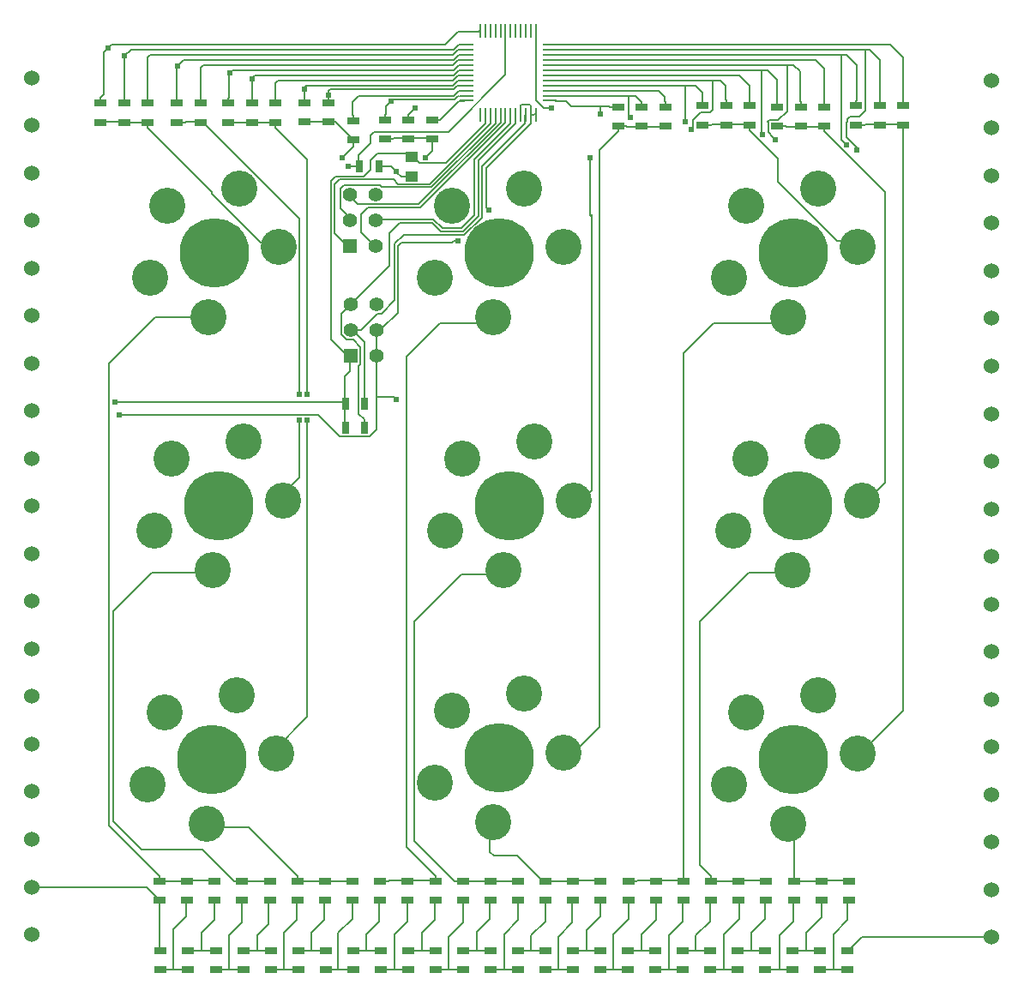
<source format=gtl>
G04 #@! TF.GenerationSoftware,KiCad,Pcbnew,5.0.0-fee4fd1~66~ubuntu18.04.1*
G04 #@! TF.CreationDate,2018-11-16T02:20:25-05:00*
G04 #@! TF.ProjectId,plugboard,706C7567626F6172642E6B696361645F,rev?*
G04 #@! TF.SameCoordinates,Original*
G04 #@! TF.FileFunction,Copper,L1,Top,Signal*
G04 #@! TF.FilePolarity,Positive*
%FSLAX46Y46*%
G04 Gerber Fmt 4.6, Leading zero omitted, Abs format (unit mm)*
G04 Created by KiCad (PCBNEW 5.0.0-fee4fd1~66~ubuntu18.04.1) date Fri Nov 16 02:20:25 2018*
%MOMM*%
%LPD*%
G01*
G04 APERTURE LIST*
G04 #@! TA.AperFunction,ComponentPad*
%ADD10C,3.556000*%
G04 #@! TD*
G04 #@! TA.AperFunction,ComponentPad*
%ADD11C,6.858000*%
G04 #@! TD*
G04 #@! TA.AperFunction,SMDPad,CuDef*
%ADD12R,1.250000X1.000000*%
G04 #@! TD*
G04 #@! TA.AperFunction,ComponentPad*
%ADD13C,1.524000*%
G04 #@! TD*
G04 #@! TA.AperFunction,ComponentPad*
%ADD14R,1.400000X1.400000*%
G04 #@! TD*
G04 #@! TA.AperFunction,ComponentPad*
%ADD15C,1.400000*%
G04 #@! TD*
G04 #@! TA.AperFunction,SMDPad,CuDef*
%ADD16R,1.300000X0.700000*%
G04 #@! TD*
G04 #@! TA.AperFunction,SMDPad,CuDef*
%ADD17R,0.700000X1.300000*%
G04 #@! TD*
G04 #@! TA.AperFunction,SMDPad,CuDef*
%ADD18R,1.473200X0.279400*%
G04 #@! TD*
G04 #@! TA.AperFunction,SMDPad,CuDef*
%ADD19R,0.279400X1.473200*%
G04 #@! TD*
G04 #@! TA.AperFunction,ViaPad*
%ADD20C,0.609600*%
G04 #@! TD*
G04 #@! TA.AperFunction,Conductor*
%ADD21C,0.152400*%
G04 #@! TD*
G04 APERTURE END LIST*
D10*
G04 #@! TO.P,J2,4*
G04 #@! TO.N,N/C*
X141249400Y-99822000D03*
G04 #@! TO.P,J2,1*
G04 #@! TO.N,Net-(J2-Pad1)*
X134137400Y-101498400D03*
G04 #@! TO.P,J2,5*
G04 #@! TO.N,N/C*
X132461000Y-108610400D03*
G04 #@! TO.P,J2,3*
G04 #@! TO.N,Net-(J2-Pad3)*
X145161000Y-105613200D03*
G04 #@! TO.P,J2,2*
G04 #@! TO.N,Net-(J2-Pad2)*
X138252200Y-112522000D03*
D11*
G04 #@! TO.P,J2,0*
G04 #@! TO.N,N/C*
X138811000Y-106172000D03*
G04 #@! TD*
D10*
G04 #@! TO.P,J1,4*
G04 #@! TO.N,N/C*
X113131600Y-99822000D03*
G04 #@! TO.P,J1,1*
G04 #@! TO.N,Net-(J1-Pad1)*
X106019600Y-101498400D03*
G04 #@! TO.P,J1,5*
G04 #@! TO.N,N/C*
X104343200Y-108610400D03*
G04 #@! TO.P,J1,3*
G04 #@! TO.N,Net-(J1-Pad3)*
X117043200Y-105613200D03*
G04 #@! TO.P,J1,2*
G04 #@! TO.N,Net-(J1-Pad2)*
X110134400Y-112522000D03*
D11*
G04 #@! TO.P,J1,0*
G04 #@! TO.N,N/C*
X110693200Y-106172000D03*
G04 #@! TD*
D10*
G04 #@! TO.P,J9,4*
G04 #@! TO.N,N/C*
X141249400Y-149733000D03*
G04 #@! TO.P,J9,1*
G04 #@! TO.N,Net-(J9-Pad1)*
X134137400Y-151409400D03*
G04 #@! TO.P,J9,5*
G04 #@! TO.N,N/C*
X132461000Y-158521400D03*
G04 #@! TO.P,J9,3*
G04 #@! TO.N,Net-(J9-Pad3)*
X145161000Y-155524200D03*
G04 #@! TO.P,J9,2*
G04 #@! TO.N,Net-(J9-Pad2)*
X138252200Y-162433000D03*
D11*
G04 #@! TO.P,J9,0*
G04 #@! TO.N,N/C*
X138811000Y-156083000D03*
G04 #@! TD*
D10*
G04 #@! TO.P,J8,4*
G04 #@! TO.N,N/C*
X112928400Y-149860000D03*
G04 #@! TO.P,J8,1*
G04 #@! TO.N,Net-(J8-Pad1)*
X105816400Y-151536400D03*
G04 #@! TO.P,J8,5*
G04 #@! TO.N,N/C*
X104140000Y-158648400D03*
G04 #@! TO.P,J8,3*
G04 #@! TO.N,Net-(J8-Pad3)*
X116840000Y-155651200D03*
G04 #@! TO.P,J8,2*
G04 #@! TO.N,Net-(J8-Pad2)*
X109931200Y-162560000D03*
D11*
G04 #@! TO.P,J8,0*
G04 #@! TO.N,N/C*
X110490000Y-156210000D03*
G04 #@! TD*
D10*
G04 #@! TO.P,J3,4*
G04 #@! TO.N,N/C*
X170332400Y-99822000D03*
G04 #@! TO.P,J3,1*
G04 #@! TO.N,Net-(J3-Pad1)*
X163220400Y-101498400D03*
G04 #@! TO.P,J3,5*
G04 #@! TO.N,N/C*
X161544000Y-108610400D03*
G04 #@! TO.P,J3,3*
G04 #@! TO.N,Net-(J3-Pad3)*
X174244000Y-105613200D03*
G04 #@! TO.P,J3,2*
G04 #@! TO.N,Net-(J3-Pad2)*
X167335200Y-112522000D03*
D11*
G04 #@! TO.P,J3,0*
G04 #@! TO.N,N/C*
X167894000Y-106172000D03*
G04 #@! TD*
D10*
G04 #@! TO.P,J5,4*
G04 #@! TO.N,N/C*
X142265400Y-124841000D03*
G04 #@! TO.P,J5,1*
G04 #@! TO.N,Net-(J5-Pad1)*
X135153400Y-126517400D03*
G04 #@! TO.P,J5,5*
G04 #@! TO.N,N/C*
X133477000Y-133629400D03*
G04 #@! TO.P,J5,3*
G04 #@! TO.N,Net-(J5-Pad3)*
X146177000Y-130632200D03*
G04 #@! TO.P,J5,2*
G04 #@! TO.N,Net-(J5-Pad2)*
X139268200Y-137541000D03*
D11*
G04 #@! TO.P,J5,0*
G04 #@! TO.N,N/C*
X139827000Y-131191000D03*
G04 #@! TD*
D10*
G04 #@! TO.P,J6,4*
G04 #@! TO.N,N/C*
X170738800Y-124841000D03*
G04 #@! TO.P,J6,1*
G04 #@! TO.N,Net-(J6-Pad1)*
X163626800Y-126517400D03*
G04 #@! TO.P,J6,5*
G04 #@! TO.N,N/C*
X161950400Y-133629400D03*
G04 #@! TO.P,J6,3*
G04 #@! TO.N,Net-(J6-Pad3)*
X174650400Y-130632200D03*
G04 #@! TO.P,J6,2*
G04 #@! TO.N,Net-(J6-Pad2)*
X167741600Y-137541000D03*
D11*
G04 #@! TO.P,J6,0*
G04 #@! TO.N,N/C*
X168300400Y-131191000D03*
G04 #@! TD*
D10*
G04 #@! TO.P,J4,4*
G04 #@! TO.N,N/C*
X113563400Y-124841000D03*
G04 #@! TO.P,J4,1*
G04 #@! TO.N,Net-(J4-Pad1)*
X106451400Y-126517400D03*
G04 #@! TO.P,J4,5*
G04 #@! TO.N,N/C*
X104775000Y-133629400D03*
G04 #@! TO.P,J4,3*
G04 #@! TO.N,Net-(J4-Pad3)*
X117475000Y-130632200D03*
G04 #@! TO.P,J4,2*
G04 #@! TO.N,Net-(J4-Pad2)*
X110566200Y-137541000D03*
D11*
G04 #@! TO.P,J4,0*
G04 #@! TO.N,N/C*
X111125000Y-131191000D03*
G04 #@! TD*
D10*
G04 #@! TO.P,J10,4*
G04 #@! TO.N,N/C*
X170332400Y-149860000D03*
G04 #@! TO.P,J10,1*
G04 #@! TO.N,Net-(J10-Pad1)*
X163220400Y-151536400D03*
G04 #@! TO.P,J10,5*
G04 #@! TO.N,N/C*
X161544000Y-158648400D03*
G04 #@! TO.P,J10,3*
G04 #@! TO.N,Net-(J10-Pad3)*
X174244000Y-155651200D03*
G04 #@! TO.P,J10,2*
G04 #@! TO.N,Net-(J10-Pad2)*
X167335200Y-162560000D03*
D11*
G04 #@! TO.P,J10,0*
G04 #@! TO.N,N/C*
X167894000Y-156210000D03*
G04 #@! TD*
D12*
G04 #@! TO.P,C1,1*
G04 #@! TO.N,VCC*
X130175000Y-96663000D03*
G04 #@! TO.P,C1,2*
G04 #@! TO.N,GND*
X130175000Y-98663000D03*
G04 #@! TD*
D13*
G04 #@! TO.P,J11,1*
G04 #@! TO.N,/SQ*
X187452000Y-89152000D03*
G04 #@! TO.P,J11,2*
G04 #@! TO.N,/SR*
X187452000Y-93852000D03*
G04 #@! TO.P,J11,3*
G04 #@! TO.N,/SD*
X187452000Y-98552000D03*
G04 #@! TO.P,J11,4*
G04 #@! TO.N,/SP*
X187452000Y-103252000D03*
G04 #@! TO.P,J11,5*
G04 #@! TO.N,/SC*
X187452000Y-107952000D03*
G04 #@! TO.P,J11,6*
G04 #@! TO.N,/SW*
X187452000Y-112652000D03*
G04 #@! TO.P,J11,7*
G04 #@! TO.N,/ST*
X187452000Y-117352000D03*
G04 #@! TO.P,J11,8*
G04 #@! TO.N,/SA*
X187452000Y-122052000D03*
G04 #@! TO.P,J11,9*
G04 #@! TO.N,/SF*
X187452000Y-126752000D03*
G04 #@! TO.P,J11,10*
G04 #@! TO.N,/SY*
X187452000Y-131452000D03*
G04 #@! TO.P,J11,11*
G04 #@! TO.N,/SV*
X187452000Y-136152000D03*
G04 #@! TO.P,J11,12*
G04 #@! TO.N,/SE*
X187452000Y-140852000D03*
G04 #@! TO.P,J11,13*
G04 #@! TO.N,/SZ*
X187452000Y-145552000D03*
G04 #@! TO.P,J11,14*
G04 #@! TO.N,/SS*
X187452000Y-150252000D03*
G04 #@! TO.P,J11,15*
G04 #@! TO.N,/SG*
X187452000Y-154952000D03*
G04 #@! TO.P,J11,16*
G04 #@! TO.N,/SX*
X187452000Y-159652000D03*
G04 #@! TO.P,J11,17*
G04 #@! TO.N,/SB*
X187452000Y-164352000D03*
G04 #@! TO.P,J11,18*
G04 #@! TO.N,VCC*
X187452000Y-169052000D03*
G04 #@! TO.P,J11,19*
G04 #@! TO.N,GND*
X187452000Y-173752000D03*
G04 #@! TD*
D14*
G04 #@! TO.P,P1,1*
G04 #@! TO.N,VCC*
X124206000Y-116332000D03*
D15*
G04 #@! TO.P,P1,2*
G04 #@! TO.N,GND*
X126746000Y-116332000D03*
G04 #@! TO.P,P1,3*
G04 #@! TO.N,/~EN*
X124206000Y-113792000D03*
G04 #@! TO.P,P1,4*
G04 #@! TO.N,GND*
X126746000Y-113792000D03*
G04 #@! TO.P,P1,5*
G04 #@! TO.N,/~CS*
X124206000Y-111252000D03*
G04 #@! TO.P,P1,6*
G04 #@! TO.N,GND*
X126746000Y-111252000D03*
G04 #@! TD*
G04 #@! TO.P,P2,6*
G04 #@! TO.N,/Dout*
X126619000Y-100457000D03*
G04 #@! TO.P,P2,5*
G04 #@! TO.N,/A2*
X124079000Y-100457000D03*
G04 #@! TO.P,P2,4*
G04 #@! TO.N,/A4*
X126619000Y-102997000D03*
G04 #@! TO.P,P2,3*
G04 #@! TO.N,/A1*
X124079000Y-102997000D03*
G04 #@! TO.P,P2,2*
G04 #@! TO.N,/A3*
X126619000Y-105537000D03*
D14*
G04 #@! TO.P,P2,1*
G04 #@! TO.N,/A0*
X124079000Y-105537000D03*
G04 #@! TD*
D16*
G04 #@! TO.P,R1,1*
G04 #@! TO.N,/R*
X105410000Y-176972000D03*
G04 #@! TO.P,R1,2*
G04 #@! TO.N,VCC*
X105410000Y-175072000D03*
G04 #@! TD*
G04 #@! TO.P,R2,2*
G04 #@! TO.N,/R*
X108122720Y-176972000D03*
G04 #@! TO.P,R2,1*
G04 #@! TO.N,/U*
X108122720Y-175072000D03*
G04 #@! TD*
G04 #@! TO.P,R3,1*
G04 #@! TO.N,/D*
X110835440Y-176972000D03*
G04 #@! TO.P,R3,2*
G04 #@! TO.N,/U*
X110835440Y-175072000D03*
G04 #@! TD*
G04 #@! TO.P,R4,2*
G04 #@! TO.N,/D*
X113548160Y-176972000D03*
G04 #@! TO.P,R4,1*
G04 #@! TO.N,/H*
X113548160Y-175072000D03*
G04 #@! TD*
G04 #@! TO.P,R5,1*
G04 #@! TO.N,/P*
X116260880Y-176972000D03*
G04 #@! TO.P,R5,2*
G04 #@! TO.N,/H*
X116260880Y-175072000D03*
G04 #@! TD*
G04 #@! TO.P,R6,2*
G04 #@! TO.N,/P*
X118973600Y-176972000D03*
G04 #@! TO.P,R6,1*
G04 #@! TO.N,/C*
X118973600Y-175072000D03*
G04 #@! TD*
G04 #@! TO.P,R7,2*
G04 #@! TO.N,/C*
X121686320Y-175072000D03*
G04 #@! TO.P,R7,1*
G04 #@! TO.N,/N*
X121686320Y-176972000D03*
G04 #@! TD*
G04 #@! TO.P,R8,1*
G04 #@! TO.N,/W*
X124399040Y-175072000D03*
G04 #@! TO.P,R8,2*
G04 #@! TO.N,/N*
X124399040Y-176972000D03*
G04 #@! TD*
G04 #@! TO.P,R9,1*
G04 #@! TO.N,/T*
X127111760Y-176972000D03*
G04 #@! TO.P,R9,2*
G04 #@! TO.N,/W*
X127111760Y-175072000D03*
G04 #@! TD*
G04 #@! TO.P,R10,1*
G04 #@! TO.N,/I*
X129824480Y-175072000D03*
G04 #@! TO.P,R10,2*
G04 #@! TO.N,/T*
X129824480Y-176972000D03*
G04 #@! TD*
G04 #@! TO.P,R11,2*
G04 #@! TO.N,/I*
X132537200Y-175072000D03*
G04 #@! TO.P,R11,1*
G04 #@! TO.N,/A*
X132537200Y-176972000D03*
G04 #@! TD*
G04 #@! TO.P,R12,2*
G04 #@! TO.N,/A*
X135249920Y-176972000D03*
G04 #@! TO.P,R12,1*
G04 #@! TO.N,/F*
X135249920Y-175072000D03*
G04 #@! TD*
G04 #@! TO.P,R13,1*
G04 #@! TO.N,/J*
X137962640Y-176972000D03*
G04 #@! TO.P,R13,2*
G04 #@! TO.N,/F*
X137962640Y-175072000D03*
G04 #@! TD*
G04 #@! TO.P,R14,2*
G04 #@! TO.N,/J*
X140675360Y-176972000D03*
G04 #@! TO.P,R14,1*
G04 #@! TO.N,/Y*
X140675360Y-175072000D03*
G04 #@! TD*
G04 #@! TO.P,R15,1*
G04 #@! TO.N,/V*
X143388080Y-176972000D03*
G04 #@! TO.P,R15,2*
G04 #@! TO.N,/Y*
X143388080Y-175072000D03*
G04 #@! TD*
G04 #@! TO.P,R16,1*
G04 #@! TO.N,/M*
X146100800Y-175072000D03*
G04 #@! TO.P,R16,2*
G04 #@! TO.N,/V*
X146100800Y-176972000D03*
G04 #@! TD*
G04 #@! TO.P,R17,2*
G04 #@! TO.N,/M*
X148813520Y-175072000D03*
G04 #@! TO.P,R17,1*
G04 #@! TO.N,/E*
X148813520Y-176972000D03*
G04 #@! TD*
G04 #@! TO.P,R18,2*
G04 #@! TO.N,/E*
X151526240Y-176972000D03*
G04 #@! TO.P,R18,1*
G04 #@! TO.N,/Z*
X151526240Y-175072000D03*
G04 #@! TD*
G04 #@! TO.P,R19,2*
G04 #@! TO.N,/Z*
X154238960Y-175072000D03*
G04 #@! TO.P,R19,1*
G04 #@! TO.N,/O*
X154238960Y-176972000D03*
G04 #@! TD*
G04 #@! TO.P,R20,1*
G04 #@! TO.N,/S*
X156951680Y-175072000D03*
G04 #@! TO.P,R20,2*
G04 #@! TO.N,/O*
X156951680Y-176972000D03*
G04 #@! TD*
G04 #@! TO.P,R21,2*
G04 #@! TO.N,/S*
X159664400Y-175072000D03*
G04 #@! TO.P,R21,1*
G04 #@! TO.N,/G*
X159664400Y-176972000D03*
G04 #@! TD*
G04 #@! TO.P,R22,2*
G04 #@! TO.N,/G*
X162377120Y-176972000D03*
G04 #@! TO.P,R22,1*
G04 #@! TO.N,/K*
X162377120Y-175072000D03*
G04 #@! TD*
G04 #@! TO.P,R23,2*
G04 #@! TO.N,/K*
X165089840Y-175072000D03*
G04 #@! TO.P,R23,1*
G04 #@! TO.N,/X*
X165089840Y-176972000D03*
G04 #@! TD*
G04 #@! TO.P,R24,1*
G04 #@! TO.N,/B*
X167802560Y-175072000D03*
G04 #@! TO.P,R24,2*
G04 #@! TO.N,/X*
X167802560Y-176972000D03*
G04 #@! TD*
G04 #@! TO.P,R25,1*
G04 #@! TO.N,/L*
X170515280Y-176972000D03*
G04 #@! TO.P,R25,2*
G04 #@! TO.N,/B*
X170515280Y-175072000D03*
G04 #@! TD*
G04 #@! TO.P,R26,2*
G04 #@! TO.N,/L*
X173228000Y-176972000D03*
G04 #@! TO.P,R26,1*
G04 #@! TO.N,GND*
X173228000Y-175072000D03*
G04 #@! TD*
G04 #@! TO.P,R27,2*
G04 #@! TO.N,VCC*
X105283000Y-170106662D03*
G04 #@! TO.P,R27,1*
G04 #@! TO.N,Net-(J1-Pad2)*
X105283000Y-168206662D03*
G04 #@! TD*
G04 #@! TO.P,R28,1*
G04 #@! TO.N,Net-(J1-Pad2)*
X108005880Y-168206662D03*
G04 #@! TO.P,R28,2*
G04 #@! TO.N,/R*
X108005880Y-170106662D03*
G04 #@! TD*
G04 #@! TO.P,R29,1*
G04 #@! TO.N,Net-(J1-Pad2)*
X110728760Y-168206662D03*
G04 #@! TO.P,R29,2*
G04 #@! TO.N,/U*
X110728760Y-170106662D03*
G04 #@! TD*
G04 #@! TO.P,R30,1*
G04 #@! TO.N,Net-(J2-Pad2)*
X127066040Y-168206662D03*
G04 #@! TO.P,R30,2*
G04 #@! TO.N,/W*
X127066040Y-170106662D03*
G04 #@! TD*
G04 #@! TO.P,R31,2*
G04 #@! TO.N,/T*
X129788920Y-170106662D03*
G04 #@! TO.P,R31,1*
G04 #@! TO.N,Net-(J2-Pad2)*
X129788920Y-168206662D03*
G04 #@! TD*
G04 #@! TO.P,R32,2*
G04 #@! TO.N,/I*
X132511800Y-170106662D03*
G04 #@! TO.P,R32,1*
G04 #@! TO.N,Net-(J2-Pad2)*
X132511800Y-168206662D03*
G04 #@! TD*
G04 #@! TO.P,R33,2*
G04 #@! TO.N,/E*
X151571960Y-170106662D03*
G04 #@! TO.P,R33,1*
G04 #@! TO.N,Net-(J3-Pad2)*
X151571960Y-168206662D03*
G04 #@! TD*
G04 #@! TO.P,R34,2*
G04 #@! TO.N,/Z*
X154294840Y-170106662D03*
G04 #@! TO.P,R34,1*
G04 #@! TO.N,Net-(J3-Pad2)*
X154294840Y-168206662D03*
G04 #@! TD*
G04 #@! TO.P,R35,1*
G04 #@! TO.N,Net-(J3-Pad2)*
X157017720Y-168206662D03*
G04 #@! TO.P,R35,2*
G04 #@! TO.N,/O*
X157017720Y-170106662D03*
G04 #@! TD*
G04 #@! TO.P,R36,1*
G04 #@! TO.N,Net-(J1-Pad3)*
X99462165Y-93279000D03*
G04 #@! TO.P,R36,2*
G04 #@! TO.N,/SQ*
X99462165Y-91379000D03*
G04 #@! TD*
G04 #@! TO.P,R37,1*
G04 #@! TO.N,Net-(J1-Pad3)*
X101792850Y-93279000D03*
G04 #@! TO.P,R37,2*
G04 #@! TO.N,/SR*
X101792850Y-91379000D03*
G04 #@! TD*
G04 #@! TO.P,R38,2*
G04 #@! TO.N,/SU*
X104123535Y-91379000D03*
G04 #@! TO.P,R38,1*
G04 #@! TO.N,Net-(J1-Pad3)*
X104123535Y-93279000D03*
G04 #@! TD*
G04 #@! TO.P,R39,1*
G04 #@! TO.N,Net-(J2-Pad3)*
X119614371Y-93245672D03*
G04 #@! TO.P,R39,2*
G04 #@! TO.N,/SW*
X119614371Y-91345672D03*
G04 #@! TD*
G04 #@! TO.P,R40,1*
G04 #@! TO.N,Net-(J2-Pad3)*
X121945056Y-93245672D03*
G04 #@! TO.P,R40,2*
G04 #@! TO.N,/ST*
X121945056Y-91345672D03*
G04 #@! TD*
G04 #@! TO.P,R41,1*
G04 #@! TO.N,Net-(J2-Pad3)*
X124402741Y-95023672D03*
G04 #@! TO.P,R41,2*
G04 #@! TO.N,/SI*
X124402741Y-93123672D03*
G04 #@! TD*
G04 #@! TO.P,R42,1*
G04 #@! TO.N,Net-(J3-Pad3)*
X158912275Y-93533000D03*
G04 #@! TO.P,R42,2*
G04 #@! TO.N,/SE*
X158912275Y-91633000D03*
G04 #@! TD*
G04 #@! TO.P,R43,2*
G04 #@! TO.N,/SZ*
X161242960Y-91633000D03*
G04 #@! TO.P,R43,1*
G04 #@! TO.N,Net-(J3-Pad3)*
X161242960Y-93533000D03*
G04 #@! TD*
G04 #@! TO.P,R44,1*
G04 #@! TO.N,Net-(J3-Pad3)*
X163573645Y-93533000D03*
G04 #@! TO.P,R44,2*
G04 #@! TO.N,/SO*
X163573645Y-91633000D03*
G04 #@! TD*
D17*
G04 #@! TO.P,R45,2*
G04 #@! TO.N,GND*
X126934000Y-97663000D03*
G04 #@! TO.P,R45,1*
G04 #@! TO.N,/Dout*
X125034000Y-97663000D03*
G04 #@! TD*
D16*
G04 #@! TO.P,R46,1*
G04 #@! TO.N,/D*
X113451640Y-170106662D03*
G04 #@! TO.P,R46,2*
G04 #@! TO.N,Net-(J4-Pad2)*
X113451640Y-168206662D03*
G04 #@! TD*
G04 #@! TO.P,R47,1*
G04 #@! TO.N,/H*
X116174520Y-170106662D03*
G04 #@! TO.P,R47,2*
G04 #@! TO.N,Net-(J4-Pad2)*
X116174520Y-168206662D03*
G04 #@! TD*
G04 #@! TO.P,R48,2*
G04 #@! TO.N,Net-(J5-Pad2)*
X135234680Y-168206662D03*
G04 #@! TO.P,R48,1*
G04 #@! TO.N,/A*
X135234680Y-170106662D03*
G04 #@! TD*
G04 #@! TO.P,R49,2*
G04 #@! TO.N,Net-(J5-Pad2)*
X137957560Y-168206662D03*
G04 #@! TO.P,R49,1*
G04 #@! TO.N,/F*
X137957560Y-170106662D03*
G04 #@! TD*
G04 #@! TO.P,R50,2*
G04 #@! TO.N,Net-(J5-Pad2)*
X140680440Y-168206662D03*
G04 #@! TO.P,R50,1*
G04 #@! TO.N,/J*
X140680440Y-170106662D03*
G04 #@! TD*
G04 #@! TO.P,R51,1*
G04 #@! TO.N,/S*
X159740600Y-170106662D03*
G04 #@! TO.P,R51,2*
G04 #@! TO.N,Net-(J6-Pad2)*
X159740600Y-168206662D03*
G04 #@! TD*
G04 #@! TO.P,R52,2*
G04 #@! TO.N,Net-(J6-Pad2)*
X162463480Y-168206662D03*
G04 #@! TO.P,R52,1*
G04 #@! TO.N,/G*
X162463480Y-170106662D03*
G04 #@! TD*
G04 #@! TO.P,R53,1*
G04 #@! TO.N,/K*
X165186360Y-170106662D03*
G04 #@! TO.P,R53,2*
G04 #@! TO.N,Net-(J6-Pad2)*
X165186360Y-168206662D03*
G04 #@! TD*
G04 #@! TO.P,R54,2*
G04 #@! TO.N,/SD*
X106997495Y-91379000D03*
G04 #@! TO.P,R54,1*
G04 #@! TO.N,Net-(J4-Pad3)*
X106997495Y-93279000D03*
G04 #@! TD*
G04 #@! TO.P,R55,2*
G04 #@! TO.N,/SH*
X109328180Y-91379000D03*
G04 #@! TO.P,R55,1*
G04 #@! TO.N,Net-(J4-Pad3)*
X109328180Y-93279000D03*
G04 #@! TD*
G04 #@! TO.P,R56,2*
G04 #@! TO.N,/SA*
X127533865Y-93030000D03*
G04 #@! TO.P,R56,1*
G04 #@! TO.N,Net-(J5-Pad3)*
X127533865Y-94930000D03*
G04 #@! TD*
G04 #@! TO.P,R57,1*
G04 #@! TO.N,Net-(J5-Pad3)*
X129864550Y-94930000D03*
G04 #@! TO.P,R57,2*
G04 #@! TO.N,/SF*
X129864550Y-93030000D03*
G04 #@! TD*
G04 #@! TO.P,R58,2*
G04 #@! TO.N,/SJ*
X132195235Y-93030000D03*
G04 #@! TO.P,R58,1*
G04 #@! TO.N,Net-(J5-Pad3)*
X132195235Y-94930000D03*
G04 #@! TD*
G04 #@! TO.P,R59,1*
G04 #@! TO.N,Net-(J6-Pad3)*
X166275920Y-93660000D03*
G04 #@! TO.P,R59,2*
G04 #@! TO.N,/SS*
X166275920Y-91760000D03*
G04 #@! TD*
G04 #@! TO.P,R60,2*
G04 #@! TO.N,/SG*
X168606605Y-91760000D03*
G04 #@! TO.P,R60,1*
G04 #@! TO.N,Net-(J6-Pad3)*
X168606605Y-93660000D03*
G04 #@! TD*
G04 #@! TO.P,R61,1*
G04 #@! TO.N,Net-(J6-Pad3)*
X170937290Y-93660000D03*
G04 #@! TO.P,R61,2*
G04 #@! TO.N,/SK*
X170937290Y-91760000D03*
G04 #@! TD*
G04 #@! TO.P,R62,2*
G04 #@! TO.N,Net-(J8-Pad2)*
X118897400Y-168206662D03*
G04 #@! TO.P,R62,1*
G04 #@! TO.N,/P*
X118897400Y-170106662D03*
G04 #@! TD*
G04 #@! TO.P,R63,2*
G04 #@! TO.N,Net-(J8-Pad2)*
X121620280Y-168206662D03*
G04 #@! TO.P,R63,1*
G04 #@! TO.N,/C*
X121620280Y-170106662D03*
G04 #@! TD*
G04 #@! TO.P,R64,1*
G04 #@! TO.N,/N*
X124343160Y-170106662D03*
G04 #@! TO.P,R64,2*
G04 #@! TO.N,Net-(J8-Pad2)*
X124343160Y-168206662D03*
G04 #@! TD*
G04 #@! TO.P,R65,1*
G04 #@! TO.N,/Y*
X143403320Y-170106662D03*
G04 #@! TO.P,R65,2*
G04 #@! TO.N,Net-(J9-Pad2)*
X143403320Y-168206662D03*
G04 #@! TD*
G04 #@! TO.P,R66,1*
G04 #@! TO.N,/V*
X146126200Y-170106662D03*
G04 #@! TO.P,R66,2*
G04 #@! TO.N,Net-(J9-Pad2)*
X146126200Y-168206662D03*
G04 #@! TD*
G04 #@! TO.P,R67,2*
G04 #@! TO.N,Net-(J9-Pad2)*
X148849080Y-168206662D03*
G04 #@! TO.P,R67,1*
G04 #@! TO.N,/M*
X148849080Y-170106662D03*
G04 #@! TD*
G04 #@! TO.P,R68,2*
G04 #@! TO.N,Net-(J10-Pad2)*
X167909240Y-168206662D03*
G04 #@! TO.P,R68,1*
G04 #@! TO.N,/X*
X167909240Y-170106662D03*
G04 #@! TD*
G04 #@! TO.P,R69,1*
G04 #@! TO.N,/B*
X170632120Y-170106662D03*
G04 #@! TO.P,R69,2*
G04 #@! TO.N,Net-(J10-Pad2)*
X170632120Y-168206662D03*
G04 #@! TD*
G04 #@! TO.P,R70,1*
G04 #@! TO.N,/L*
X173355000Y-170106662D03*
G04 #@! TO.P,R70,2*
G04 #@! TO.N,Net-(J10-Pad2)*
X173355000Y-168206662D03*
G04 #@! TD*
G04 #@! TO.P,R71,2*
G04 #@! TO.N,/SP*
X112075140Y-91379000D03*
G04 #@! TO.P,R71,1*
G04 #@! TO.N,Net-(J8-Pad3)*
X112075140Y-93279000D03*
G04 #@! TD*
G04 #@! TO.P,R72,1*
G04 #@! TO.N,Net-(J8-Pad3)*
X114405825Y-93279000D03*
G04 #@! TO.P,R72,2*
G04 #@! TO.N,/SC*
X114405825Y-91379000D03*
G04 #@! TD*
G04 #@! TO.P,R73,2*
G04 #@! TO.N,/SN*
X116736510Y-91379000D03*
G04 #@! TO.P,R73,1*
G04 #@! TO.N,Net-(J8-Pad3)*
X116736510Y-93279000D03*
G04 #@! TD*
G04 #@! TO.P,R74,1*
G04 #@! TO.N,Net-(J9-Pad3)*
X150563195Y-93660000D03*
G04 #@! TO.P,R74,2*
G04 #@! TO.N,/SY*
X150563195Y-91760000D03*
G04 #@! TD*
G04 #@! TO.P,R75,1*
G04 #@! TO.N,Net-(J9-Pad3)*
X152893880Y-93660000D03*
G04 #@! TO.P,R75,2*
G04 #@! TO.N,/SV*
X152893880Y-91760000D03*
G04 #@! TD*
G04 #@! TO.P,R76,2*
G04 #@! TO.N,/SM*
X155224565Y-91760000D03*
G04 #@! TO.P,R76,1*
G04 #@! TO.N,Net-(J9-Pad3)*
X155224565Y-93660000D03*
G04 #@! TD*
G04 #@! TO.P,R77,1*
G04 #@! TO.N,Net-(J10-Pad3)*
X174065250Y-93533000D03*
G04 #@! TO.P,R77,2*
G04 #@! TO.N,/SX*
X174065250Y-91633000D03*
G04 #@! TD*
G04 #@! TO.P,R78,2*
G04 #@! TO.N,/SB*
X176395935Y-91633000D03*
G04 #@! TO.P,R78,1*
G04 #@! TO.N,Net-(J10-Pad3)*
X176395935Y-93533000D03*
G04 #@! TD*
G04 #@! TO.P,R79,2*
G04 #@! TO.N,/SL*
X178726620Y-91633000D03*
G04 #@! TO.P,R79,1*
G04 #@! TO.N,Net-(J10-Pad3)*
X178726620Y-93533000D03*
G04 #@! TD*
D17*
G04 #@! TO.P,R80,1*
G04 #@! TO.N,VCC*
X123637000Y-121113305D03*
G04 #@! TO.P,R80,2*
G04 #@! TO.N,/~EN*
X125537000Y-121113305D03*
G04 #@! TD*
D13*
G04 #@! TO.P,J7,1*
G04 #@! TO.N,/SQ*
X92710000Y-88888000D03*
G04 #@! TO.P,J7,2*
G04 #@! TO.N,/SR*
X92710000Y-93588000D03*
G04 #@! TO.P,J7,3*
G04 #@! TO.N,/SD*
X92710000Y-98288000D03*
G04 #@! TO.P,J7,4*
G04 #@! TO.N,/SP*
X92710000Y-102988000D03*
G04 #@! TO.P,J7,5*
G04 #@! TO.N,/SC*
X92710000Y-107688000D03*
G04 #@! TO.P,J7,6*
G04 #@! TO.N,/SW*
X92710000Y-112388000D03*
G04 #@! TO.P,J7,7*
G04 #@! TO.N,/ST*
X92710000Y-117088000D03*
G04 #@! TO.P,J7,8*
G04 #@! TO.N,/SA*
X92710000Y-121788000D03*
G04 #@! TO.P,J7,9*
G04 #@! TO.N,/SF*
X92710000Y-126488000D03*
G04 #@! TO.P,J7,10*
G04 #@! TO.N,/SY*
X92710000Y-131188000D03*
G04 #@! TO.P,J7,11*
G04 #@! TO.N,/SV*
X92710000Y-135888000D03*
G04 #@! TO.P,J7,12*
G04 #@! TO.N,/SE*
X92710000Y-140588000D03*
G04 #@! TO.P,J7,13*
G04 #@! TO.N,/SZ*
X92710000Y-145288000D03*
G04 #@! TO.P,J7,14*
G04 #@! TO.N,/SS*
X92710000Y-149988000D03*
G04 #@! TO.P,J7,15*
G04 #@! TO.N,/SG*
X92710000Y-154688000D03*
G04 #@! TO.P,J7,16*
G04 #@! TO.N,/SX*
X92710000Y-159388000D03*
G04 #@! TO.P,J7,17*
G04 #@! TO.N,/SB*
X92710000Y-164088000D03*
G04 #@! TO.P,J7,18*
G04 #@! TO.N,VCC*
X92710000Y-168788000D03*
G04 #@! TO.P,J7,19*
G04 #@! TO.N,GND*
X92710000Y-173488000D03*
G04 #@! TD*
D17*
G04 #@! TO.P,R81,1*
G04 #@! TO.N,VCC*
X123637000Y-123444000D03*
G04 #@! TO.P,R81,2*
G04 #@! TO.N,/~CS*
X125537000Y-123444000D03*
G04 #@! TD*
D18*
G04 #@! TO.P,U1,1*
G04 #@! TO.N,/SR*
X135585200Y-85642000D03*
G04 #@! TO.P,U1,2*
G04 #@! TO.N,/SU*
X135585200Y-86141999D03*
G04 #@! TO.P,U1,3*
G04 #@! TO.N,/SD*
X135585200Y-86642001D03*
G04 #@! TO.P,U1,4*
G04 #@! TO.N,/SH*
X135585200Y-87142000D03*
G04 #@! TO.P,U1,5*
G04 #@! TO.N,/SP*
X135585200Y-87641999D03*
G04 #@! TO.P,U1,6*
G04 #@! TO.N,/SC*
X135585200Y-88142000D03*
G04 #@! TO.P,U1,7*
G04 #@! TO.N,/SN*
X135585200Y-88642000D03*
G04 #@! TO.P,U1,8*
G04 #@! TO.N,/SW*
X135585200Y-89142001D03*
G04 #@! TO.P,U1,9*
G04 #@! TO.N,/ST*
X135585200Y-89642000D03*
G04 #@! TO.P,U1,10*
G04 #@! TO.N,/SI*
X135585200Y-90141999D03*
G04 #@! TO.P,U1,11*
G04 #@! TO.N,/SA*
X135585200Y-90642001D03*
G04 #@! TO.P,U1,12*
G04 #@! TO.N,/SJ*
X135585200Y-91142000D03*
D19*
G04 #@! TO.P,U1,13*
G04 #@! TO.N,Net-(U1-Pad13)*
X136950000Y-92506800D03*
G04 #@! TO.P,U1,14*
G04 #@! TO.N,VCC*
X137449999Y-92506800D03*
G04 #@! TO.P,U1,15*
G04 #@! TO.N,/A0*
X137950001Y-92506800D03*
G04 #@! TO.P,U1,16*
G04 #@! TO.N,/A1*
X138450000Y-92506800D03*
G04 #@! TO.P,U1,17*
G04 #@! TO.N,/A2*
X138949999Y-92506800D03*
G04 #@! TO.P,U1,18*
G04 #@! TO.N,/A3*
X139450000Y-92506800D03*
G04 #@! TO.P,U1,19*
G04 #@! TO.N,/A4*
X139950000Y-92506800D03*
G04 #@! TO.P,U1,20*
G04 #@! TO.N,/~CS*
X140450001Y-92506800D03*
G04 #@! TO.P,U1,21*
G04 #@! TO.N,GND*
X140950000Y-92506800D03*
G04 #@! TO.P,U1,22*
G04 #@! TO.N,/~EN*
X141449999Y-92506800D03*
G04 #@! TO.P,U1,23*
G04 #@! TO.N,GND*
X141950001Y-92506800D03*
G04 #@! TO.P,U1,24*
X142450000Y-92506800D03*
D18*
G04 #@! TO.P,U1,25*
G04 #@! TO.N,/SY*
X143814800Y-91142000D03*
G04 #@! TO.P,U1,26*
G04 #@! TO.N,/SV*
X143814800Y-90642001D03*
G04 #@! TO.P,U1,27*
G04 #@! TO.N,/SM*
X143814800Y-90141999D03*
G04 #@! TO.P,U1,28*
G04 #@! TO.N,/SE*
X143814800Y-89642000D03*
G04 #@! TO.P,U1,29*
G04 #@! TO.N,/SZ*
X143814800Y-89142001D03*
G04 #@! TO.P,U1,30*
G04 #@! TO.N,/SO*
X143814800Y-88642000D03*
G04 #@! TO.P,U1,31*
G04 #@! TO.N,/SS*
X143814800Y-88142000D03*
G04 #@! TO.P,U1,32*
G04 #@! TO.N,/SG*
X143814800Y-87641999D03*
G04 #@! TO.P,U1,33*
G04 #@! TO.N,/SK*
X143814800Y-87142000D03*
G04 #@! TO.P,U1,34*
G04 #@! TO.N,/SX*
X143814800Y-86642001D03*
G04 #@! TO.P,U1,35*
G04 #@! TO.N,/SB*
X143814800Y-86141999D03*
G04 #@! TO.P,U1,36*
G04 #@! TO.N,/SL*
X143814800Y-85642000D03*
D19*
G04 #@! TO.P,U1,37*
G04 #@! TO.N,/SF*
X142450000Y-84277200D03*
G04 #@! TO.P,U1,38*
G04 #@! TO.N,Net-(U1-Pad38)*
X141950001Y-84277200D03*
G04 #@! TO.P,U1,39*
G04 #@! TO.N,Net-(U1-Pad39)*
X141449999Y-84277200D03*
G04 #@! TO.P,U1,40*
G04 #@! TO.N,Net-(U1-Pad40)*
X140950000Y-84277200D03*
G04 #@! TO.P,U1,41*
G04 #@! TO.N,Net-(U1-Pad41)*
X140450001Y-84277200D03*
G04 #@! TO.P,U1,42*
G04 #@! TO.N,Net-(U1-Pad42)*
X139950000Y-84277200D03*
G04 #@! TO.P,U1,43*
G04 #@! TO.N,/Dout*
X139450000Y-84277200D03*
G04 #@! TO.P,U1,44*
G04 #@! TO.N,Net-(U1-Pad44)*
X138949999Y-84277200D03*
G04 #@! TO.P,U1,45*
G04 #@! TO.N,Net-(U1-Pad45)*
X138450000Y-84277200D03*
G04 #@! TO.P,U1,46*
G04 #@! TO.N,Net-(U1-Pad46)*
X137950001Y-84277200D03*
G04 #@! TO.P,U1,47*
G04 #@! TO.N,Net-(U1-Pad47)*
X137449999Y-84277200D03*
G04 #@! TO.P,U1,48*
G04 #@! TO.N,/SQ*
X136950000Y-84277200D03*
G04 #@! TD*
D20*
G04 #@! TO.N,VCC*
X100863400Y-120904000D03*
G04 #@! TO.N,GND*
X101346000Y-122174000D03*
X137795000Y-101981000D03*
X134747000Y-105029000D03*
X128651000Y-98171000D03*
X128651000Y-120650000D03*
G04 #@! TO.N,/Dout*
X123952000Y-97663000D03*
G04 #@! TO.N,Net-(J2-Pad3)*
X123317000Y-96774000D03*
G04 #@! TO.N,Net-(J4-Pad3)*
X119126000Y-120142000D03*
X119126000Y-122707400D03*
G04 #@! TO.N,Net-(J5-Pad3)*
X131572000Y-96748540D03*
X147828000Y-96774000D03*
G04 #@! TO.N,Net-(J8-Pad3)*
X119888000Y-120142000D03*
X119888000Y-122707400D03*
G04 #@! TO.N,/SQ*
X100203000Y-85979000D03*
G04 #@! TO.N,/SP*
X112268000Y-88392000D03*
G04 #@! TO.N,/SW*
X119634000Y-90043000D03*
G04 #@! TO.N,/SA*
X128143000Y-91211400D03*
G04 #@! TO.N,/SY*
X148844000Y-92456000D03*
G04 #@! TO.N,/SE*
X157226000Y-93218000D03*
G04 #@! TO.N,/SS*
X164833877Y-94523825D03*
G04 #@! TO.N,/SX*
X173101000Y-95529400D03*
G04 #@! TO.N,/SR*
X101854000Y-86741000D03*
G04 #@! TO.N,/SD*
X107061000Y-87757000D03*
G04 #@! TO.N,/SC*
X114405825Y-89027000D03*
G04 #@! TO.N,/ST*
X121945056Y-90576400D03*
G04 #@! TO.N,/SF*
X130556000Y-91836150D03*
X144018000Y-91836150D03*
G04 #@! TO.N,/SV*
X151765000Y-92837000D03*
G04 #@! TO.N,/SZ*
X157817873Y-93990425D03*
G04 #@! TO.N,/SG*
X166116000Y-94996000D03*
G04 #@! TO.N,/SB*
X174117000Y-96012000D03*
G04 #@! TD*
D21*
G04 #@! TO.N,VCC*
X105283000Y-170106662D02*
X105283000Y-170609062D01*
X105283000Y-170609062D02*
X105283000Y-174879000D01*
X137449999Y-92506800D02*
X137449999Y-93395800D01*
X133563858Y-97281941D02*
X130936941Y-97281941D01*
X137449999Y-93395800D02*
X133563858Y-97281941D01*
X130936941Y-97281941D02*
X130429000Y-96774000D01*
X122250190Y-99035328D02*
X122250190Y-114757190D01*
X122250190Y-114757190D02*
X123952000Y-116459000D01*
X123952000Y-116459000D02*
X124079000Y-116459000D01*
X124079000Y-116459000D02*
X124079000Y-117856000D01*
X124079000Y-117856000D02*
X123571000Y-118364000D01*
X123571000Y-118364000D02*
X123571000Y-123317000D01*
X123571000Y-123317000D02*
X123698000Y-123444000D01*
X92710000Y-168788000D02*
X104018000Y-168788000D01*
X104018000Y-168788000D02*
X105156000Y-169926000D01*
X100863400Y-120904000D02*
X123571000Y-120904000D01*
X125480292Y-98628190D02*
X126111000Y-97997482D01*
X122250190Y-99035328D02*
X122657328Y-98628190D01*
X122657328Y-98628190D02*
X125480292Y-98628190D01*
X126111000Y-97074518D02*
X126792518Y-96393000D01*
X126111000Y-97997482D02*
X126111000Y-97074518D01*
X126792518Y-96393000D02*
X129794000Y-96393000D01*
X129794000Y-96393000D02*
X130048000Y-96647000D01*
X187452000Y-169052000D02*
X187340000Y-169052000D01*
G04 #@! TO.N,GND*
X126934000Y-97663000D02*
X128143000Y-97663000D01*
X129159000Y-98679000D02*
X130175000Y-98679000D01*
X120955518Y-122174000D02*
X123104119Y-124322601D01*
X101346000Y-122174000D02*
X120955518Y-122174000D01*
X126746000Y-116332000D02*
X126746000Y-115342051D01*
X126746000Y-115342051D02*
X126746000Y-113792000D01*
X141026201Y-91541599D02*
X141833599Y-91541599D01*
X140950000Y-92506800D02*
X140950000Y-91617800D01*
X140950000Y-91617800D02*
X141026201Y-91541599D01*
X141833599Y-91541599D02*
X141986000Y-91694000D01*
X141986000Y-91694000D02*
X141986000Y-92075000D01*
X142242101Y-92506800D02*
X142292901Y-92456000D01*
X141950001Y-92506800D02*
X142242101Y-92506800D01*
X142292901Y-92456000D02*
X142494000Y-92456000D01*
X141950001Y-93395800D02*
X137541000Y-97804801D01*
X141950001Y-92506800D02*
X141950001Y-93395800D01*
X137541000Y-97804801D02*
X137541000Y-101727000D01*
X137541000Y-101727000D02*
X137795000Y-101981000D01*
X134315948Y-105029000D02*
X134188948Y-105156000D01*
X134747000Y-105029000D02*
X134315948Y-105029000D01*
X134188948Y-105156000D02*
X129413000Y-105156000D01*
X128828810Y-105486190D02*
X128828810Y-112090190D01*
X129413000Y-105156000D02*
X129159000Y-105156000D01*
X129159000Y-105156000D02*
X128828810Y-105486190D01*
X128828810Y-112090190D02*
X127254000Y-113665000D01*
X127254000Y-113665000D02*
X126873000Y-113665000D01*
X128778000Y-98298000D02*
X128651000Y-98171000D01*
X128778000Y-98298000D02*
X129159000Y-98679000D01*
X128143000Y-97663000D02*
X128778000Y-98298000D01*
X187452000Y-173752000D02*
X174609000Y-173752000D01*
X174609000Y-173752000D02*
X173355000Y-175006000D01*
X128397000Y-120396000D02*
X128651000Y-120650000D01*
X126746000Y-120396000D02*
X128397000Y-120396000D01*
X126746000Y-120396000D02*
X126746000Y-116586000D01*
X123104119Y-124322601D02*
X126069881Y-124322601D01*
X126746000Y-121315787D02*
X126746000Y-121158000D01*
X126746000Y-123646482D02*
X126746000Y-121158000D01*
X126069881Y-124322601D02*
X126746000Y-123646482D01*
X126746000Y-121158000D02*
X126746000Y-120396000D01*
G04 #@! TO.N,/~EN*
X135380512Y-104368620D02*
X137083810Y-102665322D01*
X125195949Y-113792000D02*
X126807348Y-112180601D01*
X124206000Y-113792000D02*
X125195949Y-113792000D01*
X126807348Y-112180601D02*
X127191729Y-112180601D01*
X137083810Y-97660772D02*
X141351000Y-93393582D01*
X137083810Y-102665322D02*
X137083810Y-97660772D01*
X141351000Y-93393582D02*
X141351000Y-92583000D01*
X127191729Y-112180601D02*
X128524000Y-110848330D01*
X128524000Y-110848330D02*
X128524000Y-105283000D01*
X129438380Y-104368620D02*
X130556000Y-104368620D01*
X128524000Y-105283000D02*
X129438380Y-104368620D01*
X130426946Y-104368620D02*
X130556000Y-104368620D01*
X130556000Y-104368620D02*
X135380512Y-104368620D01*
X125537000Y-121113305D02*
X125537000Y-114996000D01*
X125537000Y-114996000D02*
X124460000Y-113919000D01*
G04 #@! TO.N,/~CS*
X140450001Y-93395800D02*
X136779000Y-97066801D01*
X140450001Y-92506800D02*
X140450001Y-93395800D01*
X135254256Y-104063810D02*
X133019810Y-104063810D01*
X136779000Y-97066801D02*
X136779000Y-102539066D01*
X136779000Y-102539066D02*
X135254256Y-104063810D01*
X133019810Y-104063810D02*
X132207000Y-103251000D01*
X132207000Y-103251000D02*
X129032000Y-103251000D01*
X129032000Y-103251000D02*
X128016000Y-104267000D01*
X128016000Y-104267000D02*
X128016000Y-107442000D01*
X128016000Y-107442000D02*
X124333000Y-111125000D01*
X123277399Y-114237729D02*
X123277399Y-112180601D01*
X123760271Y-114720601D02*
X123277399Y-114237729D01*
X125537000Y-122641600D02*
X124958399Y-122062999D01*
X124406083Y-114720601D02*
X123760271Y-114720601D01*
X125134601Y-115449119D02*
X124406083Y-114720601D01*
X125537000Y-123444000D02*
X125537000Y-122641600D01*
X124958399Y-122062999D02*
X124958399Y-117391083D01*
X124958399Y-117391083D02*
X125134601Y-117214881D01*
X125134601Y-117214881D02*
X125134601Y-115449119D01*
X123277399Y-112180601D02*
X124079000Y-111379000D01*
G04 #@! TO.N,/Dout*
X125222000Y-97790000D02*
X125095000Y-97663000D01*
X139450000Y-88564982D02*
X133780982Y-94234000D01*
X139450000Y-84277200D02*
X139450000Y-88564982D01*
X133780982Y-94234000D02*
X126492000Y-94234000D01*
X126492000Y-94234000D02*
X126111000Y-94615000D01*
X125034000Y-97663000D02*
X123952000Y-97663000D01*
X126111000Y-94615000D02*
X126111000Y-95377000D01*
X126111000Y-95377000D02*
X124968000Y-96520000D01*
X124968000Y-96520000D02*
X124968000Y-97536000D01*
G04 #@! TO.N,/A2*
X130891265Y-101385601D02*
X124880601Y-101385601D01*
X138949999Y-92506800D02*
X138949999Y-93326867D01*
X138949999Y-93326867D02*
X130891265Y-101385601D01*
X124880601Y-101385601D02*
X124079000Y-100584000D01*
G04 #@! TO.N,/A4*
X139950000Y-93395800D02*
X136398000Y-96947800D01*
X139950000Y-92506800D02*
X139950000Y-93395800D01*
X136398000Y-96947800D02*
X136398000Y-102489000D01*
X136398000Y-102489000D02*
X135128000Y-103759000D01*
X135128000Y-103759000D02*
X133223000Y-103759000D01*
X133223000Y-103759000D02*
X132334000Y-102870000D01*
X132334000Y-102870000D02*
X126492000Y-102870000D01*
G04 #@! TO.N,/A1*
X127064729Y-99528399D02*
X123483601Y-99528399D01*
X127232740Y-99696410D02*
X127064729Y-99528399D01*
X132149390Y-99696410D02*
X127232740Y-99696410D01*
X138450000Y-92506800D02*
X138450000Y-93395800D01*
X138450000Y-93395800D02*
X132149390Y-99696410D01*
X123150399Y-99861601D02*
X123150399Y-101814399D01*
X123483601Y-99528399D02*
X123150399Y-99861601D01*
X123150399Y-101814399D02*
X124079000Y-102743000D01*
G04 #@! TO.N,/A3*
X139450000Y-92506800D02*
X139450000Y-93257932D01*
X127170932Y-105537000D02*
X126746000Y-105537000D01*
X131054170Y-101690411D02*
X131017521Y-101690411D01*
X139450000Y-92506800D02*
X139450000Y-93294581D01*
X139450000Y-93294581D02*
X131054170Y-101690411D01*
X125868461Y-101690411D02*
X125222000Y-102336872D01*
X131017521Y-101690411D02*
X125868461Y-101690411D01*
X125222000Y-102336872D02*
X125222000Y-104140000D01*
X125222000Y-104140000D02*
X126492000Y-105410000D01*
G04 #@! TO.N,/A0*
X137950001Y-92506800D02*
X137950001Y-93395800D01*
X137950001Y-93395800D02*
X131954200Y-99391601D01*
X122555000Y-104267000D02*
X123825000Y-105537000D01*
X131954200Y-99391601D02*
X128855601Y-99391601D01*
X128855601Y-99391601D02*
X128397000Y-98933000D01*
X128397000Y-98933000D02*
X123063000Y-98933000D01*
X122555000Y-99441000D02*
X122555000Y-100457000D01*
X123063000Y-98933000D02*
X122555000Y-99441000D01*
X122555000Y-100231202D02*
X122555000Y-100457000D01*
X122555000Y-100457000D02*
X122555000Y-104267000D01*
G04 #@! TO.N,/B*
X170368000Y-175072000D02*
X170307000Y-175011000D01*
X170307000Y-175011000D02*
X170307000Y-175006000D01*
X170307000Y-175006000D02*
X170515280Y-175072000D01*
X169164000Y-175072000D02*
X169164000Y-173355000D01*
X169164000Y-175072000D02*
X170368000Y-175072000D01*
X167802560Y-175072000D02*
X169164000Y-175072000D01*
X169164000Y-173355000D02*
X170688000Y-171831000D01*
X170688000Y-171831000D02*
X170688000Y-170180000D01*
G04 #@! TO.N,/C*
X121666000Y-175260000D02*
X121686320Y-175072000D01*
X121478000Y-175072000D02*
X121666000Y-175260000D01*
X120269000Y-175072000D02*
X120269000Y-173355000D01*
X120269000Y-175072000D02*
X121478000Y-175072000D01*
X118973600Y-175072000D02*
X120269000Y-175072000D01*
X120269000Y-173355000D02*
X121539000Y-172085000D01*
X121539000Y-172085000D02*
X121539000Y-170307000D01*
G04 #@! TO.N,/D*
X113599000Y-176972000D02*
X113665000Y-177038000D01*
X113665000Y-177038000D02*
X113548160Y-176972000D01*
X112141000Y-176972000D02*
X113599000Y-176972000D01*
X112141000Y-176972000D02*
X112141000Y-173609000D01*
X110835440Y-176972000D02*
X112141000Y-176972000D01*
X112141000Y-173609000D02*
X113411000Y-172339000D01*
X113411000Y-172339000D02*
X113411000Y-170307000D01*
G04 #@! TO.N,/E*
X151384000Y-176911000D02*
X151526240Y-176972000D01*
X151323000Y-176972000D02*
X151384000Y-176911000D01*
X150114000Y-176972000D02*
X150114000Y-173482000D01*
X150114000Y-176972000D02*
X151323000Y-176972000D01*
X148813520Y-176972000D02*
X150114000Y-176972000D01*
X150114000Y-173482000D02*
X151638000Y-171958000D01*
X151638000Y-171958000D02*
X151638000Y-170180000D01*
G04 #@! TO.N,/F*
X137922000Y-175006000D02*
X137962640Y-175072000D01*
X137668000Y-175006000D02*
X137922000Y-175006000D01*
X137602000Y-175072000D02*
X137668000Y-175006000D01*
X136652000Y-175072000D02*
X136652000Y-173228000D01*
X136652000Y-175072000D02*
X137602000Y-175072000D01*
X135249920Y-175072000D02*
X136652000Y-175072000D01*
X136652000Y-173228000D02*
X137922000Y-171958000D01*
X137922000Y-171958000D02*
X137922000Y-170434000D01*
G04 #@! TO.N,/G*
X162306000Y-176911000D02*
X162377120Y-176972000D01*
X162245000Y-176972000D02*
X162306000Y-176911000D01*
X161036000Y-176972000D02*
X161036000Y-173482000D01*
X161036000Y-176972000D02*
X162245000Y-176972000D01*
X159664400Y-176972000D02*
X161036000Y-176972000D01*
X161036000Y-173482000D02*
X162560000Y-171958000D01*
X162560000Y-171958000D02*
X162560000Y-170434000D01*
G04 #@! TO.N,/H*
X116205000Y-174879000D02*
X116260880Y-175072000D01*
X116012000Y-175072000D02*
X116205000Y-174879000D01*
X114935000Y-175072000D02*
X116012000Y-175072000D01*
X114935000Y-175072000D02*
X114935000Y-173609000D01*
X113548160Y-175072000D02*
X114935000Y-175072000D01*
X114935000Y-173609000D02*
X116078000Y-172466000D01*
X116078000Y-172466000D02*
X116078000Y-170307000D01*
G04 #@! TO.N,/I*
X132334000Y-175133000D02*
X132537200Y-175072000D01*
X132273000Y-175072000D02*
X132334000Y-175133000D01*
X131191000Y-175072000D02*
X132273000Y-175072000D01*
X131191000Y-175072000D02*
X131191000Y-173355000D01*
X129824480Y-175072000D02*
X131191000Y-175072000D01*
X131191000Y-173355000D02*
X132461000Y-172085000D01*
X132461000Y-172085000D02*
X132461000Y-170180000D01*
G04 #@! TO.N,/J*
X140904000Y-176972000D02*
X140970000Y-177038000D01*
X140970000Y-177038000D02*
X140675360Y-176972000D01*
X139319000Y-176972000D02*
X139319000Y-173482000D01*
X139319000Y-176972000D02*
X140904000Y-176972000D01*
X137962640Y-176972000D02*
X139319000Y-176972000D01*
X139319000Y-173482000D02*
X140716000Y-172085000D01*
X140716000Y-172085000D02*
X140716000Y-170307000D01*
G04 #@! TO.N,/K*
X165415000Y-175072000D02*
X165481000Y-175006000D01*
X165481000Y-175006000D02*
X165089840Y-175072000D01*
X163703000Y-175072000D02*
X163703000Y-173355000D01*
X163703000Y-175072000D02*
X165415000Y-175072000D01*
X162377120Y-175072000D02*
X163703000Y-175072000D01*
X163703000Y-173355000D02*
X165100000Y-171958000D01*
X165100000Y-171958000D02*
X165100000Y-170307000D01*
G04 #@! TO.N,/L*
X173228000Y-176911000D02*
X173228000Y-176972000D01*
X173167000Y-176972000D02*
X173228000Y-176911000D01*
X171831000Y-176972000D02*
X171831000Y-173482000D01*
X171831000Y-176972000D02*
X173167000Y-176972000D01*
X170515280Y-176972000D02*
X171831000Y-176972000D01*
X171831000Y-173482000D02*
X173228000Y-172085000D01*
X173228000Y-172085000D02*
X173228000Y-170180000D01*
G04 #@! TO.N,/M*
X148590000Y-175133000D02*
X148813520Y-175072000D01*
X148529000Y-175072000D02*
X148590000Y-175133000D01*
X147447000Y-175072000D02*
X147447000Y-173101000D01*
X147447000Y-175072000D02*
X148529000Y-175072000D01*
X146100800Y-175072000D02*
X147447000Y-175072000D01*
X147447000Y-173101000D02*
X148844000Y-171704000D01*
X148844000Y-171704000D02*
X148844000Y-170180000D01*
G04 #@! TO.N,Net-(J1-Pad3)*
X104123535Y-93279000D02*
X101915000Y-93279000D01*
X101915000Y-93279000D02*
X101854000Y-93218000D01*
X101854000Y-93218000D02*
X99314000Y-93218000D01*
X104123535Y-93781400D02*
X110490000Y-100147865D01*
X104123535Y-93279000D02*
X104123535Y-93781400D01*
X110490000Y-100147865D02*
X110490000Y-100330000D01*
X110490000Y-100330000D02*
X115316000Y-105156000D01*
X115316000Y-105156000D02*
X116713000Y-105156000D01*
G04 #@! TO.N,/P*
X119060000Y-176972000D02*
X119126000Y-177038000D01*
X119126000Y-177038000D02*
X118973600Y-176972000D01*
X117602000Y-176972000D02*
X117602000Y-173355000D01*
X117602000Y-176972000D02*
X119060000Y-176972000D01*
X116260880Y-176972000D02*
X117602000Y-176972000D01*
X117602000Y-173355000D02*
X118872000Y-172085000D01*
X118872000Y-172085000D02*
X118872000Y-170180000D01*
G04 #@! TO.N,Net-(J3-Pad3)*
X159714675Y-93533000D02*
X159775675Y-93472000D01*
X158912275Y-93533000D02*
X159714675Y-93533000D01*
X159775675Y-93472000D02*
X163576000Y-93472000D01*
X163576000Y-93472000D02*
X163703000Y-93599000D01*
X172212000Y-105029000D02*
X172847000Y-105029000D01*
X163573645Y-93533000D02*
X163573645Y-94035400D01*
X166370000Y-99187000D02*
X172212000Y-105029000D01*
X163573645Y-94035400D02*
X166370000Y-96831755D01*
X166370000Y-96831755D02*
X166370000Y-99187000D01*
G04 #@! TO.N,/R*
X108077000Y-177038000D02*
X108122720Y-176972000D01*
X108011000Y-176972000D02*
X108077000Y-177038000D01*
X106680000Y-176972000D02*
X108011000Y-176972000D01*
X106680000Y-176972000D02*
X106680000Y-172974000D01*
X105410000Y-176972000D02*
X106680000Y-176972000D01*
X106680000Y-172974000D02*
X107950000Y-171704000D01*
X107950000Y-171704000D02*
X107950000Y-170180000D01*
G04 #@! TO.N,Net-(J2-Pad3)*
X120416771Y-93245672D02*
X120444443Y-93218000D01*
X119614371Y-93245672D02*
X120416771Y-93245672D01*
X120444443Y-93218000D02*
X122682000Y-93218000D01*
X122682000Y-93218000D02*
X124460000Y-94996000D01*
X124402741Y-95023672D02*
X124402741Y-95688259D01*
X124402741Y-95688259D02*
X123317000Y-96774000D01*
G04 #@! TO.N,/N*
X124521000Y-176972000D02*
X124587000Y-177038000D01*
X124587000Y-177038000D02*
X124399040Y-176972000D01*
X122936000Y-176972000D02*
X122936000Y-173355000D01*
X122936000Y-176972000D02*
X124521000Y-176972000D01*
X121686320Y-176972000D02*
X122936000Y-176972000D01*
X122936000Y-173355000D02*
X124333000Y-171958000D01*
X124333000Y-171958000D02*
X124333000Y-170307000D01*
G04 #@! TO.N,/U*
X110683000Y-175072000D02*
X110871000Y-175260000D01*
X110871000Y-175260000D02*
X110835440Y-175072000D01*
X109474000Y-175072000D02*
X109474000Y-173355000D01*
X109474000Y-175072000D02*
X110683000Y-175072000D01*
X108122720Y-175072000D02*
X109474000Y-175072000D01*
X109474000Y-173355000D02*
X110744000Y-172085000D01*
X110744000Y-172085000D02*
X110744000Y-170307000D01*
G04 #@! TO.N,/O*
X157033000Y-176972000D02*
X157099000Y-177038000D01*
X157099000Y-177038000D02*
X156951680Y-176972000D01*
X155575000Y-176972000D02*
X155575000Y-173609000D01*
X155575000Y-176972000D02*
X157033000Y-176972000D01*
X154238960Y-176972000D02*
X155575000Y-176972000D01*
X155575000Y-173609000D02*
X156972000Y-172212000D01*
X156972000Y-172212000D02*
X156972000Y-170180000D01*
G04 #@! TO.N,/W*
X127188000Y-175072000D02*
X127254000Y-175006000D01*
X127254000Y-175006000D02*
X127111760Y-175072000D01*
X125730000Y-175072000D02*
X125730000Y-173482000D01*
X125730000Y-175072000D02*
X127188000Y-175072000D01*
X124399040Y-175072000D02*
X125730000Y-175072000D01*
X125730000Y-173482000D02*
X127000000Y-172212000D01*
X127000000Y-172212000D02*
X127000000Y-170307000D01*
G04 #@! TO.N,Net-(J4-Pad3)*
X107799895Y-93279000D02*
X107860895Y-93218000D01*
X106997495Y-93279000D02*
X107799895Y-93279000D01*
X107860895Y-93218000D02*
X108966000Y-93218000D01*
X119126000Y-102846630D02*
X119126000Y-120142000D01*
X109328180Y-93279000D02*
X109628180Y-93279000D01*
X119126000Y-102776820D02*
X119126000Y-102846630D01*
X109628180Y-93279000D02*
X119126000Y-102776820D01*
X119126000Y-122707400D02*
X119126000Y-128397000D01*
X119126000Y-128397000D02*
X117475000Y-130048000D01*
G04 #@! TO.N,Net-(J5-Pad1)*
X133604000Y-127381000D02*
X134239000Y-127381000D01*
G04 #@! TO.N,Net-(J5-Pad3)*
X128336265Y-94930000D02*
X128397265Y-94869000D01*
X127533865Y-94930000D02*
X128336265Y-94930000D01*
X128397265Y-94869000D02*
X132207000Y-94869000D01*
X147955000Y-129667000D02*
X147574000Y-130048000D01*
X132195235Y-94930000D02*
X132195235Y-96125305D01*
X132195235Y-96125305D02*
X131572000Y-96748540D01*
X147828000Y-102489000D02*
X147955000Y-102616000D01*
X147828000Y-96774000D02*
X147828000Y-102489000D01*
X147955000Y-102362000D02*
X147955000Y-102616000D01*
X147955000Y-102616000D02*
X147955000Y-129667000D01*
G04 #@! TO.N,/Y*
X143256000Y-175006000D02*
X143388080Y-175072000D01*
X143190000Y-175072000D02*
X143256000Y-175006000D01*
X141986000Y-175072000D02*
X141986000Y-173609000D01*
X141986000Y-175072000D02*
X143190000Y-175072000D01*
X140675360Y-175072000D02*
X141986000Y-175072000D01*
X141986000Y-173609000D02*
X143383000Y-172212000D01*
X143383000Y-172212000D02*
X143383000Y-170180000D01*
G04 #@! TO.N,Net-(J6-Pad3)*
X167078320Y-93660000D02*
X167144320Y-93726000D01*
X166275920Y-93660000D02*
X167078320Y-93660000D01*
X167144320Y-93726000D02*
X171196000Y-93726000D01*
X170937290Y-94162400D02*
X176911000Y-100136110D01*
X170937290Y-93660000D02*
X170937290Y-94162400D01*
X176911000Y-100136110D02*
X176911000Y-128905000D01*
X176911000Y-128905000D02*
X175641000Y-130175000D01*
G04 #@! TO.N,/T*
X130114000Y-176972000D02*
X130175000Y-176911000D01*
X130175000Y-176911000D02*
X129824480Y-176972000D01*
X128524000Y-176972000D02*
X128524000Y-173482000D01*
X128524000Y-176972000D02*
X130114000Y-176972000D01*
X127111760Y-176972000D02*
X128524000Y-176972000D01*
X128524000Y-173482000D02*
X129794000Y-172212000D01*
X129794000Y-172212000D02*
X129794000Y-170180000D01*
G04 #@! TO.N,/V*
X146050000Y-177038000D02*
X146100800Y-176972000D01*
X145984000Y-176972000D02*
X146050000Y-177038000D01*
X144653000Y-176972000D02*
X144653000Y-173736000D01*
X144653000Y-176972000D02*
X145984000Y-176972000D01*
X143388080Y-176972000D02*
X144653000Y-176972000D01*
X144653000Y-173736000D02*
X146050000Y-172339000D01*
X146050000Y-172339000D02*
X146050000Y-170180000D01*
G04 #@! TO.N,/S*
X159512000Y-175133000D02*
X159664400Y-175072000D01*
X159451000Y-175072000D02*
X159512000Y-175133000D01*
X158242000Y-175072000D02*
X159451000Y-175072000D01*
X158242000Y-175072000D02*
X158242000Y-173609000D01*
X156951680Y-175072000D02*
X158242000Y-175072000D01*
X158242000Y-173609000D02*
X159639000Y-172212000D01*
X159639000Y-172212000D02*
X159639000Y-170180000D01*
G04 #@! TO.N,Net-(J8-Pad3)*
X112877540Y-93279000D02*
X112943540Y-93345000D01*
X112075140Y-93279000D02*
X112877540Y-93279000D01*
X112943540Y-93345000D02*
X116586000Y-93345000D01*
X119888000Y-96932890D02*
X119888000Y-120142000D01*
X116736510Y-93279000D02*
X116736510Y-93781400D01*
X116736510Y-93781400D02*
X119888000Y-96932890D01*
X119888000Y-122707400D02*
X119888000Y-152019000D01*
X119888000Y-152019000D02*
X116713000Y-155194000D01*
G04 #@! TO.N,/X*
X167828000Y-176972000D02*
X167894000Y-177038000D01*
X167894000Y-177038000D02*
X167802560Y-176972000D01*
X166497000Y-176972000D02*
X166497000Y-173609000D01*
X166497000Y-176972000D02*
X167828000Y-176972000D01*
X165089840Y-176972000D02*
X166497000Y-176972000D01*
X166497000Y-173609000D02*
X167894000Y-172212000D01*
X167894000Y-172212000D02*
X167894000Y-170307000D01*
G04 #@! TO.N,Net-(J9-Pad3)*
X151365595Y-93660000D02*
X151431595Y-93726000D01*
X150563195Y-93660000D02*
X151365595Y-93660000D01*
X151431595Y-93726000D02*
X155321000Y-93726000D01*
X150563195Y-94162400D02*
X148717000Y-96008595D01*
X150563195Y-93660000D02*
X150563195Y-94162400D01*
X148717000Y-96008595D02*
X148717000Y-153035000D01*
X148717000Y-153035000D02*
X146812000Y-154940000D01*
G04 #@! TO.N,/Z*
X154051000Y-175133000D02*
X154238960Y-175072000D01*
X153990000Y-175072000D02*
X154051000Y-175133000D01*
X152908000Y-175072000D02*
X152908000Y-173482000D01*
X152908000Y-175072000D02*
X153990000Y-175072000D01*
X151526240Y-175072000D02*
X152908000Y-175072000D01*
X152908000Y-173482000D02*
X154305000Y-172085000D01*
X154305000Y-172085000D02*
X154305000Y-170180000D01*
G04 #@! TO.N,Net-(J1-Pad2)*
X105283000Y-168206662D02*
X107891338Y-168206662D01*
X107891338Y-168206662D02*
X107950000Y-168148000D01*
X107950000Y-168148000D02*
X110490000Y-168148000D01*
X105283000Y-167704262D02*
X100330000Y-162751262D01*
X105283000Y-168206662D02*
X105283000Y-167704262D01*
X100330000Y-162751262D02*
X100330000Y-117602000D01*
X100330000Y-117602000D02*
X100330000Y-117094000D01*
X100330000Y-117094000D02*
X104902000Y-112522000D01*
X104902000Y-112522000D02*
X108585000Y-112522000D01*
G04 #@! TO.N,Net-(J2-Pad2)*
X127868440Y-168206662D02*
X127927102Y-168148000D01*
X127066040Y-168206662D02*
X127868440Y-168206662D01*
X127927102Y-168148000D02*
X132334000Y-168148000D01*
X132511800Y-168206662D02*
X132511800Y-167704262D01*
X132511800Y-167704262D02*
X129667000Y-164859462D01*
X129667000Y-164859462D02*
X129667000Y-118237000D01*
X129667000Y-118237000D02*
X129667000Y-116459000D01*
X129667000Y-116459000D02*
X132969000Y-113157000D01*
X132969000Y-113157000D02*
X136779000Y-113157000D01*
X136779000Y-113157000D02*
X136906000Y-113030000D01*
G04 #@! TO.N,Net-(J3-Pad2)*
X152374360Y-168206662D02*
X152433022Y-168148000D01*
X151571960Y-168206662D02*
X152374360Y-168206662D01*
X152433022Y-168148000D02*
X156591000Y-168148000D01*
X156591000Y-168148000D02*
X156718000Y-168275000D01*
X157017720Y-168206662D02*
X157017720Y-121920000D01*
X157017720Y-116106450D02*
X159967170Y-113157000D01*
X157017720Y-121920000D02*
X157017720Y-116106450D01*
X159967170Y-113157000D02*
X165989000Y-113157000D01*
G04 #@! TO.N,Net-(J4-Pad2)*
X113451640Y-168206662D02*
X116019338Y-168206662D01*
X112649240Y-168206662D02*
X110812578Y-166370000D01*
X113451640Y-168206662D02*
X112649240Y-168206662D01*
X109542578Y-165100000D02*
X103505000Y-165100000D01*
X110812578Y-166370000D02*
X109542578Y-165100000D01*
X103505000Y-165100000D02*
X100711000Y-162306000D01*
X100711000Y-162306000D02*
X100711000Y-141605000D01*
X100711000Y-141605000D02*
X101600000Y-140716000D01*
X101600000Y-140716000D02*
X104521000Y-137795000D01*
X104521000Y-137795000D02*
X109220000Y-137795000D01*
G04 #@! TO.N,Net-(J5-Pad2)*
X135234680Y-168206662D02*
X137863338Y-168206662D01*
X137863338Y-168206662D02*
X137931676Y-168275000D01*
X137931676Y-168275000D02*
X140589000Y-168275000D01*
X135234680Y-168206662D02*
X134432280Y-168206662D01*
X134432280Y-168206662D02*
X130454399Y-164228781D01*
X130454399Y-164228781D02*
X130454399Y-144145000D01*
X130454399Y-144145000D02*
X130454399Y-142595601D01*
X130454399Y-142595601D02*
X135128000Y-137922000D01*
X135128000Y-137922000D02*
X137795000Y-137922000D01*
G04 #@! TO.N,Net-(J6-Pad2)*
X159740600Y-168206662D02*
X162374338Y-168206662D01*
X162374338Y-168206662D02*
X162433000Y-168148000D01*
X162433000Y-168148000D02*
X165100000Y-168148000D01*
X159740600Y-167704262D02*
X158623000Y-166586662D01*
X159740600Y-168206662D02*
X159740600Y-167704262D01*
X158623000Y-166586662D02*
X158623000Y-144145000D01*
X158623000Y-144145000D02*
X158623000Y-142621000D01*
X158623000Y-142621000D02*
X163449000Y-137795000D01*
X163449000Y-137795000D02*
X166243000Y-137795000D01*
G04 #@! TO.N,Net-(J8-Pad2)*
X119699800Y-168206662D02*
X119768138Y-168275000D01*
X118897400Y-168206662D02*
X119699800Y-168206662D01*
X119768138Y-168275000D02*
X124079000Y-168275000D01*
X124079000Y-168275000D02*
X124206000Y-168148000D01*
X118597400Y-168206662D02*
X118897400Y-168206662D01*
X118897400Y-167704262D02*
X114134138Y-162941000D01*
X118897400Y-168206662D02*
X118897400Y-167704262D01*
X114134138Y-162941000D02*
X111506000Y-162941000D01*
G04 #@! TO.N,Net-(J9-Pad2)*
X143403320Y-168206662D02*
X145991338Y-168206662D01*
X145991338Y-168206662D02*
X146050000Y-168148000D01*
X146050000Y-168148000D02*
X148844000Y-168148000D01*
X143103320Y-168206662D02*
X140631658Y-165735000D01*
X143403320Y-168206662D02*
X143103320Y-168206662D01*
X140631658Y-165735000D02*
X138584430Y-165735000D01*
X138584430Y-165735000D02*
X138303000Y-165735000D01*
X138303000Y-165735000D02*
X137922000Y-165354000D01*
X137922000Y-165354000D02*
X137922000Y-163957000D01*
G04 #@! TO.N,/SQ*
X99462165Y-90876600D02*
X99822000Y-90516765D01*
X99462165Y-91379000D02*
X99462165Y-90876600D01*
X99822000Y-87122000D02*
X99822000Y-86360000D01*
X99822000Y-90516765D02*
X99822000Y-88900000D01*
X99822000Y-88646000D02*
X99822000Y-87122000D01*
X99822000Y-88900000D02*
X99822000Y-88646000D01*
X99822000Y-86360000D02*
X100203000Y-85979000D01*
X100584000Y-85598000D02*
X133477000Y-85598000D01*
X100203000Y-85979000D02*
X100584000Y-85598000D01*
X136906000Y-84328000D02*
X136906000Y-84201000D01*
X133477000Y-85598000D02*
X134747000Y-84328000D01*
X134747000Y-84328000D02*
X136906000Y-84328000D01*
G04 #@! TO.N,/SP*
X112075140Y-90876600D02*
X112141000Y-90810740D01*
X112075140Y-91379000D02*
X112075140Y-90876600D01*
X112141000Y-90810740D02*
X112141000Y-88900000D01*
X112141000Y-88900000D02*
X112141000Y-88519000D01*
X112268000Y-88392000D02*
X112522000Y-88138000D01*
X112141000Y-88519000D02*
X112268000Y-88392000D01*
X112522000Y-88138000D02*
X133350000Y-88138000D01*
X134301418Y-88138000D02*
X134809418Y-87630000D01*
X133350000Y-88138000D02*
X134301418Y-88138000D01*
X134809418Y-87630000D02*
X135001000Y-87630000D01*
G04 #@! TO.N,/SW*
X119614371Y-90843272D02*
X119634000Y-90823643D01*
X119614371Y-91345672D02*
X119614371Y-90843272D01*
X119634000Y-89789000D02*
X119761000Y-89662000D01*
X119634000Y-90043000D02*
X119634000Y-89789000D01*
X119634000Y-90823643D02*
X119634000Y-90043000D01*
X119761000Y-89662000D02*
X133350000Y-89662000D01*
X134277418Y-89662000D02*
X134785418Y-89154000D01*
X133350000Y-89662000D02*
X134277418Y-89662000D01*
X134785418Y-89154000D02*
X135001000Y-89154000D01*
G04 #@! TO.N,/SA*
X127533865Y-92527600D02*
X127635000Y-92426465D01*
X127533865Y-93030000D02*
X127533865Y-92527600D01*
X127635000Y-92426465D02*
X127635000Y-91694000D01*
X128143000Y-91186000D02*
X128143000Y-91211400D01*
X128143000Y-91186000D02*
X128270000Y-91059000D01*
X127635000Y-91694000D02*
X128143000Y-91186000D01*
X128270000Y-91059000D02*
X133350000Y-91059000D01*
X134380418Y-91059000D02*
X134761418Y-90678000D01*
X133350000Y-91059000D02*
X134380418Y-91059000D01*
X134761418Y-90678000D02*
X134874000Y-90678000D01*
G04 #@! TO.N,/SY*
X149760795Y-91760000D02*
X149694795Y-91694000D01*
X150563195Y-91760000D02*
X149760795Y-91760000D01*
X145923000Y-91694000D02*
X145415000Y-91186000D01*
X145415000Y-91186000D02*
X144399000Y-91186000D01*
X148844000Y-91694000D02*
X148844000Y-92456000D01*
X148844000Y-91694000D02*
X145923000Y-91694000D01*
X149694795Y-91694000D02*
X148844000Y-91694000D01*
G04 #@! TO.N,/SE*
X158912275Y-91633000D02*
X158912275Y-90332275D01*
X158912275Y-90332275D02*
X158242000Y-89662000D01*
X157226000Y-89662000D02*
X157226000Y-93218000D01*
X157226000Y-89662000D02*
X144272000Y-89662000D01*
X158242000Y-89662000D02*
X157226000Y-89662000D01*
G04 #@! TO.N,/SS*
X166275920Y-91760000D02*
X166275920Y-89059920D01*
X166275920Y-89059920D02*
X165354000Y-88138000D01*
X165354000Y-88138000D02*
X164973000Y-88138000D01*
X164719000Y-94408948D02*
X164833877Y-94523825D01*
X164719000Y-88138000D02*
X164719000Y-94408948D01*
X164719000Y-88138000D02*
X144399000Y-88138000D01*
X164973000Y-88138000D02*
X164719000Y-88138000D01*
G04 #@! TO.N,/SX*
X174065250Y-91130600D02*
X174117000Y-91078850D01*
X174065250Y-91633000D02*
X174065250Y-91130600D01*
X174117000Y-91078850D02*
X174117000Y-87630000D01*
X174117000Y-87630000D02*
X173101000Y-86614000D01*
X172593000Y-86614000D02*
X144399000Y-86614000D01*
X173101000Y-86614000D02*
X172593000Y-86614000D01*
X172593000Y-86614000D02*
X172593000Y-94396825D01*
X172593000Y-94396825D02*
X172593000Y-95021400D01*
X172593000Y-95021400D02*
X173101000Y-95529400D01*
G04 #@! TO.N,/SR*
X101792850Y-91379000D02*
X101792850Y-86802150D01*
X101854000Y-86741000D02*
X102489000Y-86106000D01*
X101792850Y-86802150D02*
X101854000Y-86741000D01*
X102489000Y-86106000D02*
X133350000Y-86106000D01*
X134333417Y-86106000D02*
X134841417Y-85598000D01*
X133350000Y-86106000D02*
X134333417Y-86106000D01*
X134841417Y-85598000D02*
X135001000Y-85598000D01*
G04 #@! TO.N,/SD*
X106997495Y-91379000D02*
X106997495Y-87820505D01*
X107061000Y-87757000D02*
X107696000Y-87122000D01*
X106997495Y-87820505D02*
X107061000Y-87757000D01*
X107696000Y-87122000D02*
X133350000Y-87122000D01*
X134317418Y-87122000D02*
X134825418Y-86614000D01*
X133350000Y-87122000D02*
X134317418Y-87122000D01*
X134825418Y-86614000D02*
X135001000Y-86614000D01*
G04 #@! TO.N,/SC*
X114405825Y-88921175D02*
X114681000Y-88646000D01*
X114405825Y-89027000D02*
X114405825Y-88921175D01*
X114405825Y-91379000D02*
X114405825Y-89027000D01*
X114681000Y-88646000D02*
X133350000Y-88646000D01*
X134293418Y-88646000D02*
X134801418Y-88138000D01*
X133350000Y-88646000D02*
X134293418Y-88646000D01*
X134801418Y-88138000D02*
X135001000Y-88138000D01*
G04 #@! TO.N,/ST*
X121945056Y-90195754D02*
X122097810Y-90043000D01*
X121945056Y-90424000D02*
X121945056Y-90576400D01*
X121945056Y-90424000D02*
X121945056Y-90195754D01*
X121945056Y-91345672D02*
X121945056Y-90424000D01*
X122097810Y-90043000D02*
X133350000Y-90043000D01*
X134327484Y-90043000D02*
X134708484Y-89662000D01*
X133350000Y-90043000D02*
X134327484Y-90043000D01*
X134708484Y-89662000D02*
X135128000Y-89662000D01*
G04 #@! TO.N,/SF*
X129864550Y-92527600D02*
X129921000Y-92471150D01*
X129864550Y-93030000D02*
X129864550Y-92527600D01*
X129921000Y-92471150D02*
X130556000Y-91836150D01*
X143586948Y-91836150D02*
X144018000Y-91836150D01*
X143221168Y-91836150D02*
X143586948Y-91836150D01*
X143221168Y-91836150D02*
X142494000Y-91108982D01*
X142494000Y-91108982D02*
X142494000Y-84455000D01*
G04 #@! TO.N,/SV*
X152893880Y-91257600D02*
X152314280Y-90678000D01*
X152893880Y-91760000D02*
X152893880Y-91257600D01*
X151638000Y-92710000D02*
X151765000Y-92837000D01*
X151638000Y-90678000D02*
X151638000Y-92710000D01*
X151638000Y-90678000D02*
X144018000Y-90678000D01*
X152314280Y-90678000D02*
X151638000Y-90678000D01*
G04 #@! TO.N,/SZ*
X161242960Y-91130600D02*
X161163000Y-91050640D01*
X161242960Y-91633000D02*
X161242960Y-91130600D01*
X161163000Y-91050640D02*
X161163000Y-89662000D01*
X161163000Y-89662000D02*
X160655000Y-89154000D01*
X159893000Y-89154000D02*
X159893000Y-92063757D01*
X159893000Y-92063757D02*
X159627757Y-92329000D01*
X159893000Y-89154000D02*
X144145000Y-89154000D01*
X160655000Y-89154000D02*
X159893000Y-89154000D01*
X158704793Y-92329000D02*
X157988000Y-93045793D01*
X159627757Y-92329000D02*
X158704793Y-92329000D01*
X157988000Y-93045793D02*
X157988000Y-93820298D01*
X157988000Y-93820298D02*
X157817873Y-93990425D01*
G04 #@! TO.N,/SG*
X168606605Y-91257600D02*
X168529000Y-91179995D01*
X168606605Y-91760000D02*
X168606605Y-91257600D01*
X168529000Y-91179995D02*
X168529000Y-89535000D01*
X168529000Y-89535000D02*
X168529000Y-88265000D01*
X168529000Y-88265000D02*
X167894000Y-87630000D01*
X167132000Y-87630000D02*
X144399000Y-87630000D01*
X167259000Y-87630000D02*
X167132000Y-87630000D01*
X167894000Y-87630000D02*
X167259000Y-87630000D01*
X166366003Y-93081399D02*
X165490601Y-93081399D01*
X165367278Y-94247278D02*
X165862000Y-94742000D01*
X167259000Y-92188402D02*
X166366003Y-93081399D01*
X167259000Y-87630000D02*
X167259000Y-92188402D01*
X165354000Y-93218000D02*
X165367278Y-93231278D01*
X165367278Y-93231278D02*
X165367278Y-94247278D01*
X165490601Y-93081399D02*
X165354000Y-93218000D01*
X165862000Y-94742000D02*
X166116000Y-94996000D01*
G04 #@! TO.N,/SB*
X176395935Y-91633000D02*
X176395935Y-87114935D01*
X176395935Y-87114935D02*
X175387000Y-86106000D01*
X175006000Y-86106000D02*
X144399000Y-86106000D01*
X175387000Y-86106000D02*
X175006000Y-86106000D01*
X174399732Y-92710000D02*
X173476768Y-92710000D01*
X175006000Y-86106000D02*
X175006000Y-92103732D01*
X175006000Y-92103732D02*
X174399732Y-92710000D01*
X173476768Y-92710000D02*
X173186649Y-93000119D01*
X173186649Y-93000119D02*
X173186649Y-93259351D01*
X173186649Y-93259351D02*
X173101000Y-93345000D01*
X174117000Y-95755966D02*
X174117000Y-96012000D01*
X173101000Y-93345000D02*
X173101000Y-94739966D01*
X173101000Y-94739966D02*
X174117000Y-95755966D01*
G04 #@! TO.N,Net-(J10-Pad2)*
X167909240Y-168206662D02*
X170502338Y-168206662D01*
X170502338Y-168206662D02*
X170561000Y-168148000D01*
X170561000Y-168148000D02*
X173228000Y-168148000D01*
X167909240Y-168206662D02*
X167909240Y-167704262D01*
X167909240Y-167704262D02*
X167909240Y-164099240D01*
X167909240Y-164099240D02*
X167513000Y-163703000D01*
G04 #@! TO.N,Net-(J10-Pad3)*
X174867650Y-93533000D02*
X174928650Y-93472000D01*
X174065250Y-93533000D02*
X174867650Y-93533000D01*
X174928650Y-93472000D02*
X178689000Y-93472000D01*
X178726620Y-93533000D02*
X178726620Y-151346380D01*
X178726620Y-151346380D02*
X175387000Y-154686000D01*
G04 #@! TO.N,Net-(J10-Pad1)*
X163550601Y-152374601D02*
X163195000Y-152019000D01*
G04 #@! TO.N,/SU*
X104123535Y-90876600D02*
X104140000Y-90860135D01*
X104123535Y-91379000D02*
X104123535Y-90876600D01*
X104140000Y-86868000D02*
X104394000Y-86614000D01*
X104140000Y-87249000D02*
X104140000Y-86868000D01*
X104140000Y-90860135D02*
X104140000Y-87249000D01*
X104394000Y-86614000D02*
X133350000Y-86614000D01*
X134256483Y-86614000D02*
X134764483Y-86106000D01*
X133350000Y-86614000D02*
X134256483Y-86614000D01*
X134764483Y-86106000D02*
X135001000Y-86106000D01*
G04 #@! TO.N,/SI*
X124402741Y-92621272D02*
X124333000Y-92551531D01*
X124402741Y-93123672D02*
X124402741Y-92621272D01*
X124333000Y-92551531D02*
X124333000Y-91313000D01*
X124333000Y-91313000D02*
X124968000Y-90678000D01*
X124968000Y-90678000D02*
X133350000Y-90678000D01*
X134289809Y-90678000D02*
X134797809Y-90170000D01*
X133350000Y-90678000D02*
X134289809Y-90678000D01*
X134797809Y-90170000D02*
X135001000Y-90170000D01*
G04 #@! TO.N,/SO*
X163573645Y-91633000D02*
X163573645Y-89659645D01*
X163573645Y-89659645D02*
X162560000Y-88646000D01*
X162560000Y-88646000D02*
X144272000Y-88646000D01*
G04 #@! TO.N,/SH*
X109328180Y-90876600D02*
X109347000Y-90857780D01*
X109328180Y-91379000D02*
X109328180Y-90876600D01*
X109328180Y-87902820D02*
X109601000Y-87630000D01*
X109328180Y-88011000D02*
X109328180Y-87902820D01*
X109328180Y-90876600D02*
X109328180Y-88011000D01*
X109601000Y-87630000D02*
X133477000Y-87630000D01*
X134240484Y-87630000D02*
X134748484Y-87122000D01*
X133477000Y-87630000D02*
X134240484Y-87630000D01*
X134748484Y-87122000D02*
X135001000Y-87122000D01*
G04 #@! TO.N,/SJ*
X132997635Y-93030000D02*
X134841635Y-91186000D01*
X132195235Y-93030000D02*
X132997635Y-93030000D01*
X134841635Y-91186000D02*
X135382000Y-91186000D01*
G04 #@! TO.N,/SK*
X170937290Y-91760000D02*
X170937290Y-88006290D01*
X170937290Y-88006290D02*
X170053000Y-87122000D01*
X170053000Y-87122000D02*
X144399000Y-87122000D01*
G04 #@! TO.N,/SN*
X116736510Y-91379000D02*
X116736510Y-89384490D01*
X116736510Y-89384490D02*
X116967000Y-89154000D01*
X116967000Y-89154000D02*
X133350000Y-89154000D01*
X134285419Y-89154000D02*
X134793419Y-88646000D01*
X133350000Y-89154000D02*
X134285419Y-89154000D01*
X134793419Y-88646000D02*
X135001000Y-88646000D01*
G04 #@! TO.N,/SM*
X155224565Y-91257600D02*
X155194000Y-91227035D01*
X155224565Y-91760000D02*
X155224565Y-91257600D01*
X155194000Y-91227035D02*
X155194000Y-90805000D01*
X155194000Y-90805000D02*
X154559000Y-90170000D01*
X154559000Y-90170000D02*
X144526000Y-90170000D01*
G04 #@! TO.N,/SL*
X178726620Y-91633000D02*
X178726620Y-86905620D01*
X178726620Y-86905620D02*
X177419000Y-85598000D01*
X177419000Y-85598000D02*
X144145000Y-85598000D01*
G04 #@! TO.N,/A*
X135194000Y-176972000D02*
X135255000Y-176911000D01*
X135255000Y-176911000D02*
X135249920Y-176972000D01*
X133858000Y-176972000D02*
X133858000Y-173736000D01*
X133858000Y-176972000D02*
X135194000Y-176972000D01*
X132537200Y-176972000D02*
X133858000Y-176972000D01*
X133858000Y-173736000D02*
X135255000Y-172339000D01*
X135255000Y-172339000D02*
X135255000Y-170307000D01*
G04 #@! TD*
M02*

</source>
